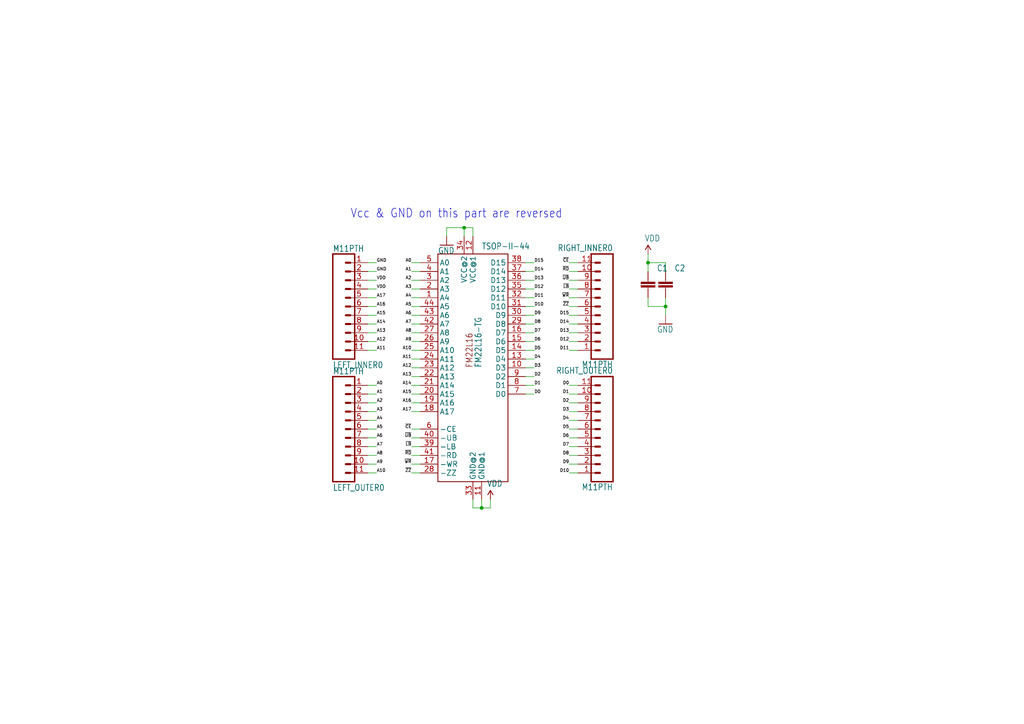
<source format=kicad_sch>
(kicad_sch (version 20250114) (generator "eeschema") (generator_version "9.0")
  (paper "A4")
  (lib_symbols
    (symbol "TSOP-II-44_v3_CY7C1021BV33-eagle-import:CAPACITOR_NPOL-0603"
      (property "Reference" "C" (at 2.54 5.08 0))
      (symbol "CAPACITOR_NPOL-0603_1_0"
        (rectangle (start -2.032 1.524) (end 2.032 2.032) (fill (type outline)))
        (rectangle (start -2.032 0.508) (end 2.032 1.016) (fill (type outline)))
        (polyline (pts (xy 0 2.54) (xy 0 2.032)) (stroke (width 0.1524)))
        (polyline (pts (xy 0 0) (xy 0 0.508)) (stroke (width 0.1524)))
        (pin passive line (at 0 5.08 270) (length 2.54) (name "1") (number "1"))
        (pin passive line (at 0 -2.54 90) (length 2.54) (name "2") (number "2"))
      )
    )
    (symbol "TSOP-II-44_v3_CY7C1021BV33-eagle-import:FM22L16-TG"
      (property "Reference" "IC" (at 2.54 24.13 0))
      (symbol "FM22L16-TG_1_0"
        (polyline (pts (xy -10.16 22.86) (xy -10.16 -43.18)) (stroke (width 0.254)))
        (polyline (pts (xy -10.16 -43.18) (xy 10.16 -43.18)) (stroke (width 0.254)))
        (polyline (pts (xy 10.16 22.86) (xy -10.16 22.86)) (stroke (width 0.254)))
        (polyline (pts (xy 10.16 -43.18) (xy 10.16 22.86)) (stroke (width 0.254)))
        (text "FM22L16" (at 0 -10.16 900) (effects (font (size 1.778 1.5113)) (justify left bottom)))
        (pin input line (at -15.24 20.32 0) (length 5.08) (name "A0") (number "5"))
        (pin input line (at -15.24 17.78 0) (length 5.08) (name "A1") (number "4"))
        (pin input line (at -15.24 15.24 0) (length 5.08) (name "A2") (number "3"))
        (pin input line (at -15.24 12.7 0) (length 5.08) (name "A3") (number "2"))
        (pin input line (at -15.24 10.16 0) (length 5.08) (name "A4") (number "1"))
        (pin input line (at -15.24 7.62 0) (length 5.08) (name "A5") (number "44"))
        (pin input line (at -15.24 5.08 0) (length 5.08) (name "A6") (number "43"))
        (pin input line (at -15.24 2.54 0) (length 5.08) (name "A7") (number "42"))
        (pin input line (at -15.24 0 0) (length 5.08) (name "A8") (number "27"))
        (pin input line (at -15.24 -2.54 0) (length 5.08) (name "A9") (number "26"))
        (pin input line (at -15.24 -5.08 0) (length 5.08) (name "A10") (number "25"))
        (pin input line (at -15.24 -7.62 0) (length 5.08) (name "A11") (number "24"))
        (pin input line (at -15.24 -10.16 0) (length 5.08) (name "A12") (number "23"))
        (pin input line (at -15.24 -12.7 0) (length 5.08) (name "A13") (number "22"))
        (pin input line (at -15.24 -15.24 0) (length 5.08) (name "A14") (number "21"))
        (pin input line (at -15.24 -17.78 0) (length 5.08) (name "A15") (number "20"))
        (pin input line (at -15.24 -20.32 0) (length 5.08) (name "A16") (number "19"))
        (pin input line (at -15.24 -22.86 0) (length 5.08) (name "A17") (number "18"))
        (pin input line (at -15.24 -27.94 0) (length 5.08) (name "-CE") (number "6"))
        (pin input line (at -15.24 -30.48 0) (length 5.08) (name "-UB") (number "40"))
        (pin input line (at -15.24 -33.02 0) (length 5.08) (name "-LB") (number "39"))
        (pin input line (at -15.24 -35.56 0) (length 5.08) (name "-RD") (number "41"))
        (pin input line (at -15.24 -38.1 0) (length 5.08) (name "-WR") (number "17"))
        (pin input line (at -15.24 -40.64 0) (length 5.08) (name "-ZZ") (number "28"))
        (pin power_in line (at -2.54 27.94 270) (length 5.08) (name "VCC@2") (number "34"))
        (pin power_in line (at 0 27.94 270) (length 5.08) (name "VCC@1") (number "12"))
        (pin power_in line (at 0 -48.26 90) (length 5.08) (name "GND@2") (number "33"))
        (pin power_in line (at 2.54 -48.26 90) (length 5.08) (name "GND@1") (number "11"))
        (pin bidirectional line (at 15.24 20.32 180) (length 5.08) (name "D15") (number "38"))
        (pin bidirectional line (at 15.24 17.78 180) (length 5.08) (name "D14") (number "37"))
        (pin bidirectional line (at 15.24 15.24 180) (length 5.08) (name "D13") (number "36"))
        (pin bidirectional line (at 15.24 12.7 180) (length 5.08) (name "D12") (number "35"))
        (pin bidirectional line (at 15.24 10.16 180) (length 5.08) (name "D11") (number "32"))
        (pin bidirectional line (at 15.24 7.62 180) (length 5.08) (name "D10") (number "31"))
        (pin bidirectional line (at 15.24 5.08 180) (length 5.08) (name "D9") (number "30"))
        (pin bidirectional line (at 15.24 2.54 180) (length 5.08) (name "D8") (number "29"))
        (pin bidirectional line (at 15.24 0 180) (length 5.08) (name "D7") (number "16"))
        (pin bidirectional line (at 15.24 -2.54 180) (length 5.08) (name "D6") (number "15"))
        (pin bidirectional line (at 15.24 -5.08 180) (length 5.08) (name "D5") (number "14"))
        (pin bidirectional line (at 15.24 -7.62 180) (length 5.08) (name "D4") (number "13"))
        (pin bidirectional line (at 15.24 -10.16 180) (length 5.08) (name "D3") (number "10"))
        (pin bidirectional line (at 15.24 -12.7 180) (length 5.08) (name "D2") (number "9"))
        (pin bidirectional line (at 15.24 -15.24 180) (length 5.08) (name "D1") (number "8"))
        (pin bidirectional line (at 15.24 -17.78 180) (length 5.08) (name "D0") (number "7"))
      )
    )
    (symbol "TSOP-II-44_v3_CY7C1021BV33-eagle-import:GND" (power)
      (symbol "GND_1_0"
        (polyline (pts (xy -1.905 0) (xy 1.905 0)) (stroke (width 0.254)))
        (pin power_in line (at 0 2.54 270) (length 2.54) (name "GND") (number "1"))
      )
    )
    (symbol "TSOP-II-44_v3_CY7C1021BV33-eagle-import:M11PTH"
      (property "Reference" "JP" (at 0 16.002 0))
      (symbol "M11PTH_1_0"
        (polyline (pts (xy 0 15.24) (xy 0 -15.24)) (stroke (width 0.4064)))
        (polyline (pts (xy 0 15.24) (xy 6.35 15.24)) (stroke (width 0.4064)))
        (polyline (pts (xy 3.81 12.7) (xy 5.08 12.7)) (stroke (width 0.6096)))
        (polyline (pts (xy 3.81 10.16) (xy 5.08 10.16)) (stroke (width 0.6096)))
        (polyline (pts (xy 3.81 7.62) (xy 5.08 7.62)) (stroke (width 0.6096)))
        (polyline (pts (xy 3.81 5.08) (xy 5.08 5.08)) (stroke (width 0.6096)))
        (polyline (pts (xy 3.81 2.54) (xy 5.08 2.54)) (stroke (width 0.6096)))
        (polyline (pts (xy 3.81 0) (xy 5.08 0)) (stroke (width 0.6096)))
        (polyline (pts (xy 3.81 -2.54) (xy 5.08 -2.54)) (stroke (width 0.6096)))
        (polyline (pts (xy 3.81 -5.08) (xy 5.08 -5.08)) (stroke (width 0.6096)))
        (polyline (pts (xy 3.81 -7.62) (xy 5.08 -7.62)) (stroke (width 0.6096)))
        (polyline (pts (xy 3.81 -10.16) (xy 5.08 -10.16)) (stroke (width 0.6096)))
        (polyline (pts (xy 3.81 -12.7) (xy 5.08 -12.7)) (stroke (width 0.6096)))
        (polyline (pts (xy 6.35 -15.24) (xy 0 -15.24)) (stroke (width 0.4064)))
        (polyline (pts (xy 6.35 -15.24) (xy 6.35 15.24)) (stroke (width 0.4064)))
        (pin passive line (at 10.16 12.7 180) (length 5.08) (name "11") (number "11"))
        (pin passive line (at 10.16 10.16 180) (length 5.08) (name "10") (number "10"))
        (pin passive line (at 10.16 7.62 180) (length 5.08) (name "9") (number "9"))
        (pin passive line (at 10.16 5.08 180) (length 5.08) (name "8") (number "8"))
        (pin passive line (at 10.16 2.54 180) (length 5.08) (name "7") (number "7"))
        (pin passive line (at 10.16 0 180) (length 5.08) (name "6") (number "6"))
        (pin passive line (at 10.16 -2.54 180) (length 5.08) (name "5") (number "5"))
        (pin passive line (at 10.16 -5.08 180) (length 5.08) (name "4") (number "4"))
        (pin passive line (at 10.16 -7.62 180) (length 5.08) (name "3") (number "3"))
        (pin passive line (at 10.16 -10.16 180) (length 5.08) (name "2") (number "2"))
        (pin passive line (at 10.16 -12.7 180) (length 5.08) (name "1") (number "1"))
      )
    )
    (symbol "TSOP-II-44_v3_CY7C1021BV33-eagle-import:VDD" (power)
      (symbol "VDD_1_0"
        (polyline (pts (xy 0 2.54) (xy -0.762 1.27)) (stroke (width 0.254)))
        (polyline (pts (xy 0.762 1.27) (xy 0 2.54)) (stroke (width 0.254)))
        (pin power_in line (at 0 0 90) (length 2.54) (name "VDD") (number "1"))
      )
    )
  )
  (text "Vcc & GND on this part are reversed~{}" (at 101.6 63.5 0) (effects (font (size 2.54 2.159)) (justify left bottom)))
  (junction (at 134.62 66.04))
  (junction (at 187.96 76.2))
  (junction (at 193.04 88.9))
  (junction (at 139.7 147.32))
  (wire (pts (xy 165.1 86.36) (xy 167.64 86.36)) (stroke (width 0.1524)))
  (wire (pts (xy 154.94 88.9) (xy 152.4 88.9)) (stroke (width 0.1524)))
  (wire (pts (xy 154.94 96.52) (xy 152.4 96.52)) (stroke (width 0.1524)))
  (wire (pts (xy 154.94 104.14) (xy 152.4 104.14)) (stroke (width 0.1524)))
  (wire (pts (xy 119.38 83.82) (xy 121.92 83.82)) (stroke (width 0.1524)))
  (wire (pts (xy 121.92 137.16) (xy 119.38 137.16)) (stroke (width 0.1524)))
  (wire (pts (xy 187.96 73.66) (xy 187.96 76.2)) (stroke (width 0.1524)))
  (wire (pts (xy 137.16 66.04) (xy 134.62 66.04)) (stroke (width 0.1524)))
  (wire (pts (xy 119.38 93.98) (xy 121.92 93.98)) (stroke (width 0.1524)))
  (wire (pts (xy 165.1 76.2) (xy 167.64 76.2)) (stroke (width 0.1524)))
  (wire (pts (xy 187.96 76.2) (xy 193.04 76.2)) (stroke (width 0.1524)))
  (wire (pts (xy 119.38 81.28) (xy 121.92 81.28)) (stroke (width 0.1524)))
  (wire (pts (xy 165.1 116.84) (xy 167.64 116.84)) (stroke (width 0.1524)))
  (wire (pts (xy 119.38 101.6) (xy 121.92 101.6)) (stroke (width 0.1524)))
  (wire (pts (xy 165.1 134.62) (xy 167.64 134.62)) (stroke (width 0.1524)))
  (wire (pts (xy 142.24 147.32) (xy 139.7 147.32)) (stroke (width 0.1524)))
  (wire (pts (xy 109.22 134.62) (xy 106.68 134.62)) (stroke (width 0.1524)))
  (wire (pts (xy 119.38 127) (xy 121.92 127)) (stroke (width 0.1524)))
  (wire (pts (xy 109.22 101.6) (xy 106.68 101.6)) (stroke (width 0.1524)))
  (wire (pts (xy 165.1 81.28) (xy 167.64 81.28)) (stroke (width 0.1524)))
  (wire (pts (xy 119.38 96.52) (xy 121.92 96.52)) (stroke (width 0.1524)))
  (wire (pts (xy 119.38 111.76) (xy 121.92 111.76)) (stroke (width 0.1524)))
  (wire (pts (xy 109.22 124.46) (xy 106.68 124.46)) (stroke (width 0.1524)))
  (wire (pts (xy 119.38 124.46) (xy 121.92 124.46)) (stroke (width 0.1524)))
  (wire (pts (xy 119.38 109.22) (xy 121.92 109.22)) (stroke (width 0.1524)))
  (wire (pts (xy 109.22 137.16) (xy 106.68 137.16)) (stroke (width 0.1524)))
  (wire (pts (xy 165.1 96.52) (xy 167.64 96.52)) (stroke (width 0.1524)))
  (wire (pts (xy 193.04 76.2) (xy 193.04 78.74)) (stroke (width 0.1524)))
  (wire (pts (xy 154.94 101.6) (xy 152.4 101.6)) (stroke (width 0.1524)))
  (wire (pts (xy 139.7 144.78) (xy 139.7 147.32)) (stroke (width 0.1524)))
  (wire (pts (xy 165.1 99.06) (xy 167.64 99.06)) (stroke (width 0.1524)))
  (wire (pts (xy 137.16 66.04) (xy 137.16 68.58)) (stroke (width 0.1524)))
  (wire (pts (xy 165.1 83.82) (xy 167.64 83.82)) (stroke (width 0.1524)))
  (wire (pts (xy 109.22 81.28) (xy 106.68 81.28)) (stroke (width 0.1524)))
  (wire (pts (xy 109.22 86.36) (xy 106.68 86.36)) (stroke (width 0.1524)))
  (wire (pts (xy 109.22 83.82) (xy 106.68 83.82)) (stroke (width 0.1524)))
  (wire (pts (xy 109.22 119.38) (xy 106.68 119.38)) (stroke (width 0.1524)))
  (wire (pts (xy 119.38 106.68) (xy 121.92 106.68)) (stroke (width 0.1524)))
  (wire (pts (xy 109.22 93.98) (xy 106.68 93.98)) (stroke (width 0.1524)))
  (wire (pts (xy 193.04 88.9) (xy 193.04 91.44)) (stroke (width 0.1524)))
  (wire (pts (xy 119.38 129.54) (xy 121.92 129.54)) (stroke (width 0.1524)))
  (wire (pts (xy 165.1 137.16) (xy 167.64 137.16)) (stroke (width 0.1524)))
  (wire (pts (xy 121.92 132.08) (xy 119.38 132.08)) (stroke (width 0.1524)))
  (wire (pts (xy 119.38 88.9) (xy 121.92 88.9)) (stroke (width 0.1524)))
  (wire (pts (xy 165.1 129.54) (xy 167.64 129.54)) (stroke (width 0.1524)))
  (wire (pts (xy 119.38 86.36) (xy 121.92 86.36)) (stroke (width 0.1524)))
  (wire (pts (xy 165.1 91.44) (xy 167.64 91.44)) (stroke (width 0.1524)))
  (wire (pts (xy 165.1 111.76) (xy 167.64 111.76)) (stroke (width 0.1524)))
  (wire (pts (xy 109.22 114.3) (xy 106.68 114.3)) (stroke (width 0.1524)))
  (wire (pts (xy 154.94 111.76) (xy 152.4 111.76)) (stroke (width 0.1524)))
  (wire (pts (xy 165.1 132.08) (xy 167.64 132.08)) (stroke (width 0.1524)))
  (wire (pts (xy 109.22 88.9) (xy 106.68 88.9)) (stroke (width 0.1524)))
  (wire (pts (xy 137.16 144.78) (xy 137.16 147.32)) (stroke (width 0.1524)))
  (wire (pts (xy 165.1 101.6) (xy 167.64 101.6)) (stroke (width 0.1524)))
  (wire (pts (xy 119.38 91.44) (xy 121.92 91.44)) (stroke (width 0.1524)))
  (wire (pts (xy 154.94 114.3) (xy 152.4 114.3)) (stroke (width 0.1524)))
  (wire (pts (xy 119.38 76.2) (xy 121.92 76.2)) (stroke (width 0.1524)))
  (wire (pts (xy 109.22 132.08) (xy 106.68 132.08)) (stroke (width 0.1524)))
  (wire (pts (xy 154.94 76.2) (xy 152.4 76.2)) (stroke (width 0.1524)))
  (wire (pts (xy 154.94 99.06) (xy 152.4 99.06)) (stroke (width 0.1524)))
  (wire (pts (xy 154.94 83.82) (xy 152.4 83.82)) (stroke (width 0.1524)))
  (wire (pts (xy 165.1 114.3) (xy 167.64 114.3)) (stroke (width 0.1524)))
  (wire (pts (xy 109.22 116.84) (xy 106.68 116.84)) (stroke (width 0.1524)))
  (wire (pts (xy 187.96 86.36) (xy 187.96 88.9)) (stroke (width 0.1524)))
  (wire (pts (xy 154.94 106.68) (xy 152.4 106.68)) (stroke (width 0.1524)))
  (wire (pts (xy 165.1 127) (xy 167.64 127)) (stroke (width 0.1524)))
  (wire (pts (xy 109.22 96.52) (xy 106.68 96.52)) (stroke (width 0.1524)))
  (wire (pts (xy 154.94 91.44) (xy 152.4 91.44)) (stroke (width 0.1524)))
  (wire (pts (xy 187.96 88.9) (xy 193.04 88.9)) (stroke (width 0.1524)))
  (wire (pts (xy 129.54 68.58) (xy 129.54 66.04)) (stroke (width 0.1524)))
  (wire (pts (xy 193.04 86.36) (xy 193.04 88.9)) (stroke (width 0.1524)))
  (wire (pts (xy 109.22 121.92) (xy 106.68 121.92)) (stroke (width 0.1524)))
  (wire (pts (xy 119.38 114.3) (xy 121.92 114.3)) (stroke (width 0.1524)))
  (wire (pts (xy 154.94 78.74) (xy 152.4 78.74)) (stroke (width 0.1524)))
  (wire (pts (xy 109.22 91.44) (xy 106.68 91.44)) (stroke (width 0.1524)))
  (wire (pts (xy 119.38 116.84) (xy 121.92 116.84)) (stroke (width 0.1524)))
  (wire (pts (xy 165.1 88.9) (xy 167.64 88.9)) (stroke (width 0.1524)))
  (wire (pts (xy 137.16 147.32) (xy 139.7 147.32)) (stroke (width 0.1524)))
  (wire (pts (xy 119.38 78.74) (xy 121.92 78.74)) (stroke (width 0.1524)))
  (wire (pts (xy 154.94 86.36) (xy 152.4 86.36)) (stroke (width 0.1524)))
  (wire (pts (xy 109.22 129.54) (xy 106.68 129.54)) (stroke (width 0.1524)))
  (wire (pts (xy 129.54 66.04) (xy 134.62 66.04)) (stroke (width 0.1524)))
  (wire (pts (xy 165.1 78.74) (xy 167.64 78.74)) (stroke (width 0.1524)))
  (wire (pts (xy 109.22 111.76) (xy 106.68 111.76)) (stroke (width 0.1524)))
  (wire (pts (xy 165.1 93.98) (xy 167.64 93.98)) (stroke (width 0.1524)))
  (wire (pts (xy 165.1 124.46) (xy 167.64 124.46)) (stroke (width 0.1524)))
  (wire (pts (xy 119.38 104.14) (xy 121.92 104.14)) (stroke (width 0.1524)))
  (wire (pts (xy 109.22 99.06) (xy 106.68 99.06)) (stroke (width 0.1524)))
  (wire (pts (xy 165.1 119.38) (xy 167.64 119.38)) (stroke (width 0.1524)))
  (wire (pts (xy 165.1 121.92) (xy 167.64 121.92)) (stroke (width 0.1524)))
  (wire (pts (xy 154.94 109.22) (xy 152.4 109.22)) (stroke (width 0.1524)))
  (wire (pts (xy 134.62 68.58) (xy 134.62 66.04)) (stroke (width 0.1524)))
  (wire (pts (xy 142.24 144.78) (xy 142.24 147.32)) (stroke (width 0.1524)))
  (wire (pts (xy 187.96 78.74) (xy 187.96 76.2)) (stroke (width 0.1524)))
  (wire (pts (xy 121.92 134.62) (xy 119.38 134.62)) (stroke (width 0.1524)))
  (wire (pts (xy 119.38 99.06) (xy 121.92 99.06)) (stroke (width 0.1524)))
  (wire (pts (xy 119.38 119.38) (xy 121.92 119.38)) (stroke (width 0.1524)))
  (wire (pts (xy 154.94 93.98) (xy 152.4 93.98)) (stroke (width 0.1524)))
  (wire (pts (xy 154.94 81.28) (xy 152.4 81.28)) (stroke (width 0.1524)))
  (wire (pts (xy 109.22 76.2) (xy 106.68 76.2)) (stroke (width 0.1524)))
  (wire (pts (xy 109.22 127) (xy 106.68 127)) (stroke (width 0.1524)))
  (wire (pts (xy 109.22 78.74) (xy 106.68 78.74)) (stroke (width 0.1524)))
  (label "D5" (at 154.94 101.6 0) (effects (font (size 0.889 0.889))))
  (label "A15" (at 119.38 114.3 180) (effects (font (size 0.889 0.889))))
  (label "D15" (at 154.94 76.2 0) (effects (font (size 0.889 0.889))))
  (label "A7" (at 119.38 93.98 180) (effects (font (size 0.889 0.889))))
  (label "A16" (at 119.38 116.84 180) (effects (font (size 0.889 0.889))))
  (label "A12" (at 109.22 99.06 0) (effects (font (size 0.889 0.889))))
  (label "D13" (at 154.94 81.28 0) (effects (font (size 0.889 0.889))))
  (label "A3" (at 119.38 83.82 180) (effects (font (size 0.889 0.889))))
  (label "~{WR}" (at 119.38 134.62 180) (effects (font (size 0.889 0.889))))
  (label "A9" (at 109.22 134.62 0) (effects (font (size 0.889 0.889))))
  (label "D9" (at 154.94 91.44 0) (effects (font (size 0.889 0.889))))
  (label "A5" (at 109.22 124.46 0) (effects (font (size 0.889 0.889))))
  (label "D3" (at 165.1 119.38 180) (effects (font (size 0.889 0.889))))
  (label "A15" (at 109.22 91.44 0) (effects (font (size 0.889 0.889))))
  (label "D14" (at 165.1 93.98 180) (effects (font (size 0.889 0.889))))
  (label "D7" (at 165.1 129.54 180) (effects (font (size 0.889 0.889))))
  (label "D6" (at 154.94 99.06 0) (effects (font (size 0.889 0.889))))
  (label "D1" (at 165.1 114.3 180) (effects (font (size 0.889 0.889))))
  (label "A8" (at 109.22 132.08 0) (effects (font (size 0.889 0.889))))
  (label "A17" (at 109.22 86.36 0) (effects (font (size 0.889 0.889))))
  (label "D5" (at 165.1 124.46 180) (effects (font (size 0.889 0.889))))
  (label "~{RD}" (at 165.1 78.74 180) (effects (font (size 0.889 0.889))))
  (label "D12" (at 165.1 99.06 180) (effects (font (size 0.889 0.889))))
  (label "A0" (at 119.38 76.2 180) (effects (font (size 0.889 0.889))))
  (label "D0" (at 154.94 114.3 0) (effects (font (size 0.889 0.889))))
  (label "A6" (at 119.38 91.44 180) (effects (font (size 0.889 0.889))))
  (label "A6" (at 109.22 127 0) (effects (font (size 0.889 0.889))))
  (label "D8" (at 154.94 93.98 0) (effects (font (size 0.889 0.889))))
  (label "A8" (at 119.38 96.52 180) (effects (font (size 0.889 0.889))))
  (label "D4" (at 154.94 104.14 0) (effects (font (size 0.889 0.889))))
  (label "D12" (at 154.94 83.82 0) (effects (font (size 0.889 0.889))))
  (label "~{CE}" (at 165.1 76.2 180) (effects (font (size 0.889 0.889))))
  (label "D7" (at 154.94 96.52 0) (effects (font (size 0.889 0.889))))
  (label "~{RD}" (at 119.38 132.08 180) (effects (font (size 0.889 0.889))))
  (label "~{UB}" (at 165.1 81.28 180) (effects (font (size 0.889 0.889))))
  (label "A7" (at 109.22 129.54 0) (effects (font (size 0.889 0.889))))
  (label "~{LB}" (at 119.38 129.54 180) (effects (font (size 0.889 0.889))))
  (label "D11" (at 154.94 86.36 0) (effects (font (size 0.889 0.889))))
  (label "~{WR}" (at 165.1 86.36 180) (effects (font (size 0.889 0.889))))
  (label "VDD" (at 109.22 83.82 0) (effects (font (size 0.889 0.889))))
  (label "VDD" (at 109.22 81.28 0) (effects (font (size 0.889 0.889))))
  (label "D11" (at 165.1 101.6 180) (effects (font (size 0.889 0.889))))
  (label "A1" (at 119.38 78.74 180) (effects (font (size 0.889 0.889))))
  (label "A16" (at 109.22 88.9 0) (effects (font (size 0.889 0.889))))
  (label "~{LB}" (at 165.1 83.82 180) (effects (font (size 0.889 0.889))))
  (label "A0" (at 109.22 111.76 0) (effects (font (size 0.889 0.889))))
  (label "D4" (at 165.1 121.92 180) (effects (font (size 0.889 0.889))))
  (label "A5" (at 119.38 88.9 180) (effects (font (size 0.889 0.889))))
  (label "A17" (at 119.38 119.38 180) (effects (font (size 0.889 0.889))))
  (label "D0" (at 165.1 111.76 180) (effects (font (size 0.889 0.889))))
  (label "~{ZZ}" (at 165.1 88.9 180) (effects (font (size 0.889 0.889))))
  (label "A3" (at 109.22 119.38 0) (effects (font (size 0.889 0.889))))
  (label "A11" (at 109.22 101.6 0) (effects (font (size 0.889 0.889))))
  (label "A4" (at 109.22 121.92 0) (effects (font (size 0.889 0.889))))
  (label "~{UB}" (at 119.38 127 180) (effects (font (size 0.889 0.889))))
  (label "D3" (at 154.94 106.68 0) (effects (font (size 0.889 0.889))))
  (label "A9" (at 119.38 99.06 180) (effects (font (size 0.889 0.889))))
  (label "D2" (at 165.1 116.84 180) (effects (font (size 0.889 0.889))))
  (label "D2" (at 154.94 109.22 0) (effects (font (size 0.889 0.889))))
  (label "A14" (at 109.22 93.98 0) (effects (font (size 0.889 0.889))))
  (label "D9" (at 165.1 134.62 180) (effects (font (size 0.889 0.889))))
  (label "A2" (at 109.22 116.84 0) (effects (font (size 0.889 0.889))))
  (label "A12" (at 119.38 106.68 180) (effects (font (size 0.889 0.889))))
  (label "~{ZZ}" (at 119.38 137.16 180) (effects (font (size 0.889 0.889))))
  (label "D15" (at 165.1 91.44 180) (effects (font (size 0.889 0.889))))
  (label "D13" (at 165.1 96.52 180) (effects (font (size 0.889 0.889))))
  (label "D1" (at 154.94 111.76 0) (effects (font (size 0.889 0.889))))
  (label "A10" (at 119.38 101.6 180) (effects (font (size 0.889 0.889))))
  (label "D6" (at 165.1 127 180) (effects (font (size 0.889 0.889))))
  (label "D8" (at 165.1 132.08 180) (effects (font (size 0.889 0.889))))
  (label "D10" (at 165.1 137.16 180) (effects (font (size 0.889 0.889))))
  (label "D10" (at 154.94 88.9 0) (effects (font (size 0.889 0.889))))
  (label "~{CE}" (at 119.38 124.46 180) (effects (font (size 0.889 0.889))))
  (label "A4" (at 119.38 86.36 180) (effects (font (size 0.889 0.889))))
  (label "A14" (at 119.38 111.76 180) (effects (font (size 0.889 0.889))))
  (label "A10" (at 109.22 137.16 0) (effects (font (size 0.889 0.889))))
  (label "A13" (at 109.22 96.52 0) (effects (font (size 0.889 0.889))))
  (label "A1" (at 109.22 114.3 0) (effects (font (size 0.889 0.889))))
  (label "A2" (at 119.38 81.28 180) (effects (font (size 0.889 0.889))))
  (label "A13" (at 119.38 109.22 180) (effects (font (size 0.889 0.889))))
  (label "D14" (at 154.94 78.74 0) (effects (font (size 0.889 0.889))))
  (label "GND" (at 109.22 78.74 0) (effects (font (size 0.889 0.889))))
  (label "GND" (at 109.22 76.2 0) (effects (font (size 0.889 0.889))))
  (label "A11" (at 119.38 104.14 180) (effects (font (size 0.889 0.889))))
  (symbol (lib_id "TSOP-II-44_v3_CY7C1021BV33-eagle-import:M11PTH") (at 177.8 88.9 0) (mirror y) (unit 1)
    (property "Reference" "RIGHT_INNER0" (at 177.8 72.898 0) (effects (font (size 1.778 1.5113)) (justify left bottom)))
    (property "Value" "M11PTH" (at 177.8 106.68 0) (effects (font (size 1.778 1.5113)) (justify left bottom)))
    (property "Footprint" "TSOP-II-44_v3_CY7C1021BV33:1X11" (effects (hide yes)))
  )
  (symbol (lib_id "TSOP-II-44_v3_CY7C1021BV33-eagle-import:CAPACITOR_NPOL-0603") (at 193.04 83.82 0) (unit 1)
    (property "Reference" "C2" (at 195.58 78.74 0) (effects (font (size 1.778 1.5113)) (justify left bottom)))
    (property "Value" "CAPACITOR_NPOL-0603" (effects (hide yes)))
    (property "Footprint" "TSOP-II-44_v3_CY7C1021BV33:C603" (effects (hide yes)))
  )
  (symbol (lib_id "TSOP-II-44_v3_CY7C1021BV33-eagle-import:M11PTH") (at 96.52 88.9 0) (mirror x) (unit 1)
    (property "Reference" "LEFT_INNER0" (at 96.52 104.902 0) (effects (font (size 1.778 1.5113)) (justify left bottom)))
    (property "Value" "M11PTH" (at 96.52 71.12 0) (effects (font (size 1.778 1.5113)) (justify left bottom)))
    (property "Footprint" "TSOP-II-44_v3_CY7C1021BV33:1X11" (effects (hide yes)))
  )
  (symbol (lib_id "TSOP-II-44_v3_CY7C1021BV33-eagle-import:GND") (at 193.04 93.98 0) (unit 1)
    (property "Reference" "#GND2" (effects (hide yes)))
    (property "Value" "GND" (at 190.5 96.52 0) (effects (font (size 1.778 1.5113)) (justify left bottom)))
  )
  (symbol (lib_id "TSOP-II-44_v3_CY7C1021BV33-eagle-import:VDD") (at 142.24 144.78 0) (unit 1)
    (property "Reference" "#SUPPLY1" (effects (hide yes)))
    (property "Value" "VDD" (at 141.224 141.224 0) (effects (font (size 1.778 1.5113)) (justify left bottom)))
  )
  (symbol (lib_id "TSOP-II-44_v3_CY7C1021BV33-eagle-import:VDD") (at 187.96 73.66 0) (unit 1)
    (property "Reference" "#SUPPLY2" (effects (hide yes)))
    (property "Value" "VDD" (at 186.944 70.104 0) (effects (font (size 1.778 1.5113)) (justify left bottom)))
  )
  (symbol (lib_id "TSOP-II-44_v3_CY7C1021BV33-eagle-import:GND") (at 129.54 71.12 0) (unit 1)
    (property "Reference" "#GND1" (effects (hide yes)))
    (property "Value" "GND" (at 127 73.66 0) (effects (font (size 1.778 1.5113)) (justify left bottom)))
  )
  (symbol (lib_id "TSOP-II-44_v3_CY7C1021BV33-eagle-import:M11PTH") (at 96.52 124.46 0) (mirror x) (unit 1)
    (property "Reference" "LEFT_OUTER0" (at 96.52 140.462 0) (effects (font (size 1.778 1.5113)) (justify left bottom)))
    (property "Value" "M11PTH" (at 96.52 106.68 0) (effects (font (size 1.778 1.5113)) (justify left bottom)))
    (property "Footprint" "TSOP-II-44_v3_CY7C1021BV33:1X11" (effects (hide yes)))
  )
  (symbol (lib_id "TSOP-II-44_v3_CY7C1021BV33-eagle-import:CAPACITOR_NPOL-0603") (at 187.96 83.82 0) (unit 1)
    (property "Reference" "C1" (at 190.5 78.74 0) (effects (font (size 1.778 1.5113)) (justify left bottom)))
    (property "Value" "CAPACITOR_NPOL-0603" (effects (hide yes)))
    (property "Footprint" "TSOP-II-44_v3_CY7C1021BV33:C603" (effects (hide yes)))
  )
  (symbol (lib_id "TSOP-II-44_v3_CY7C1021BV33-eagle-import:M11PTH") (at 177.8 124.46 0) (mirror y) (unit 1)
    (property "Reference" "RIGHT_OUTER0" (at 177.8 108.458 0) (effects (font (size 1.778 1.5113)) (justify left bottom)))
    (property "Value" "M11PTH" (at 177.8 142.24 0) (effects (font (size 1.778 1.5113)) (justify left bottom)))
    (property "Footprint" "TSOP-II-44_v3_CY7C1021BV33:1X11" (effects (hide yes)))
  )
  (symbol (lib_id "TSOP-II-44_v3_CY7C1021BV33-eagle-import:FM22L16-TG") (at 137.16 96.52 0) (unit 1)
    (property "Reference" "TSOP-II-44" (at 139.7 72.39 0) (effects (font (size 1.778 1.5113)) (justify left bottom)))
    (property "Value" "FM22L16-TG" (at 139.7 106.68 90) (effects (font (size 1.778 1.5113)) (justify left bottom)))
    (property "Footprint" "TSOP-II-44_v3_CY7C1021BV33:TSOPII-44" (effects (hide yes)))
  )
)
</source>
